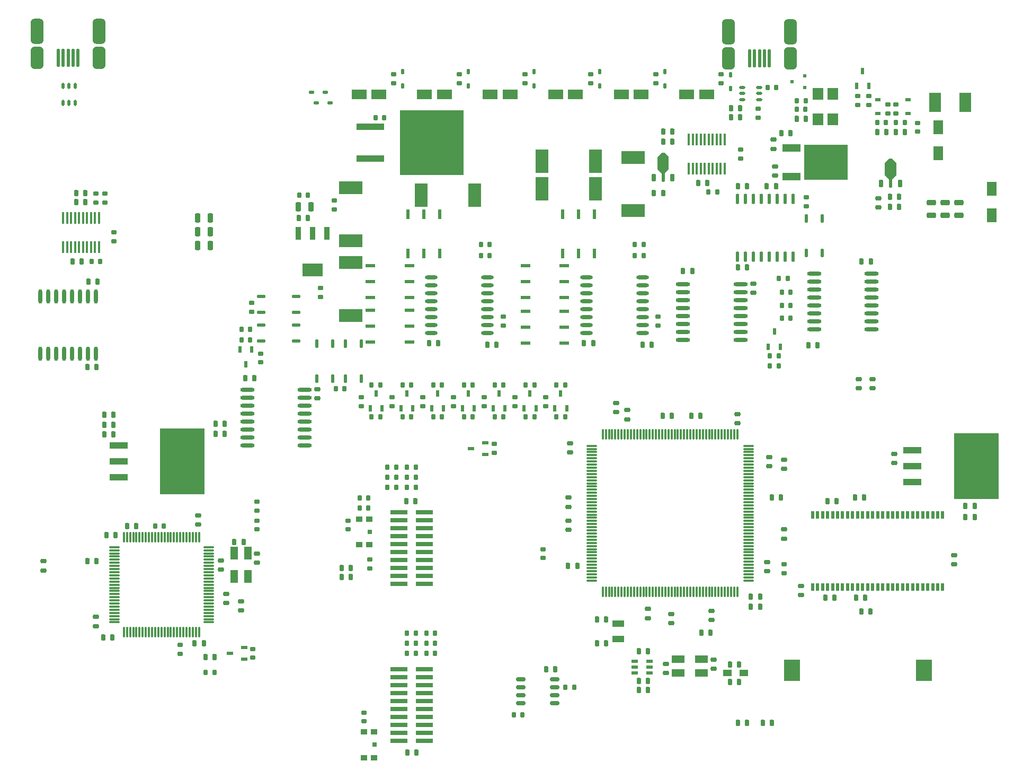
<source format=gtp>
G04*
G04 #@! TF.GenerationSoftware,Altium Limited,Altium Designer,21.4.1 (30)*
G04*
G04 Layer_Color=8421504*
%FSLAX25Y25*%
%MOIN*%
G70*
G04*
G04 #@! TF.SameCoordinates,ABD127B9-61DE-435D-9B50-71DF74D21850*
G04*
G04*
G04 #@! TF.FilePolarity,Positive*
G04*
G01*
G75*
%ADD20R,0.04724X0.07874*%
%ADD21O,0.01968X0.03937*%
%ADD22R,0.02165X0.04724*%
%ADD23O,0.07087X0.01181*%
%ADD24O,0.01181X0.07087*%
%ADD25O,0.01575X0.07677*%
%ADD26R,0.02362X0.03937*%
%ADD27R,0.12598X0.08268*%
%ADD28R,0.03543X0.08268*%
%ADD29R,0.02362X0.06496*%
%ADD30O,0.02165X0.05512*%
G04:AMPARAMS|DCode=31|XSize=23.62mil|YSize=59.06mil|CornerRadius=5.91mil|HoleSize=0mil|Usage=FLASHONLY|Rotation=90.000|XOffset=0mil|YOffset=0mil|HoleType=Round|Shape=RoundedRectangle|*
%AMROUNDEDRECTD31*
21,1,0.02362,0.04724,0,0,90.0*
21,1,0.01181,0.05906,0,0,90.0*
1,1,0.01181,0.02362,0.00591*
1,1,0.01181,0.02362,-0.00591*
1,1,0.01181,-0.02362,-0.00591*
1,1,0.01181,-0.02362,0.00591*
%
%ADD31ROUNDEDRECTD31*%
G04:AMPARAMS|DCode=32|XSize=17.72mil|YSize=33.47mil|CornerRadius=4.43mil|HoleSize=0mil|Usage=FLASHONLY|Rotation=180.000|XOffset=0mil|YOffset=0mil|HoleType=Round|Shape=RoundedRectangle|*
%AMROUNDEDRECTD32*
21,1,0.01772,0.02461,0,0,180.0*
21,1,0.00886,0.03347,0,0,180.0*
1,1,0.00886,-0.00443,0.01230*
1,1,0.00886,0.00443,0.01230*
1,1,0.00886,0.00443,-0.01230*
1,1,0.00886,-0.00443,-0.01230*
%
%ADD32ROUNDEDRECTD32*%
%ADD33R,0.10236X0.13780*%
%ADD34R,0.06378X0.08583*%
%ADD35R,0.07874X0.14764*%
G04:AMPARAMS|DCode=36|XSize=35.43mil|YSize=27.56mil|CornerRadius=6.89mil|HoleSize=0mil|Usage=FLASHONLY|Rotation=180.000|XOffset=0mil|YOffset=0mil|HoleType=Round|Shape=RoundedRectangle|*
%AMROUNDEDRECTD36*
21,1,0.03543,0.01378,0,0,180.0*
21,1,0.02165,0.02756,0,0,180.0*
1,1,0.01378,-0.01083,0.00689*
1,1,0.01378,0.01083,0.00689*
1,1,0.01378,0.01083,-0.00689*
1,1,0.01378,-0.01083,-0.00689*
%
%ADD36ROUNDEDRECTD36*%
G04:AMPARAMS|DCode=37|XSize=23.62mil|YSize=47.24mil|CornerRadius=2.01mil|HoleSize=0mil|Usage=FLASHONLY|Rotation=180.000|XOffset=0mil|YOffset=0mil|HoleType=Round|Shape=RoundedRectangle|*
%AMROUNDEDRECTD37*
21,1,0.02362,0.04323,0,0,180.0*
21,1,0.01961,0.04724,0,0,180.0*
1,1,0.00402,-0.00980,0.02161*
1,1,0.00402,0.00980,0.02161*
1,1,0.00402,0.00980,-0.02161*
1,1,0.00402,-0.00980,-0.02161*
%
%ADD37ROUNDEDRECTD37*%
G04:AMPARAMS|DCode=38|XSize=19.68mil|YSize=51.18mil|CornerRadius=1.97mil|HoleSize=0mil|Usage=FLASHONLY|Rotation=180.000|XOffset=0mil|YOffset=0mil|HoleType=Round|Shape=RoundedRectangle|*
%AMROUNDEDRECTD38*
21,1,0.01968,0.04724,0,0,180.0*
21,1,0.01575,0.05118,0,0,180.0*
1,1,0.00394,-0.00787,0.02362*
1,1,0.00394,0.00787,0.02362*
1,1,0.00394,0.00787,-0.02362*
1,1,0.00394,-0.00787,-0.02362*
%
%ADD38ROUNDEDRECTD38*%
%ADD39R,0.03268X0.02480*%
%ADD40R,0.17520X0.03937*%
%ADD41R,0.40158X0.41142*%
%ADD42R,0.02362X0.01968*%
%ADD43O,0.02165X0.06693*%
%ADD44R,0.05512X0.03937*%
G04:AMPARAMS|DCode=45|XSize=137.8mil|YSize=80.71mil|CornerRadius=20.18mil|HoleSize=0mil|Usage=FLASHONLY|Rotation=90.000|XOffset=0mil|YOffset=0mil|HoleType=Round|Shape=RoundedRectangle|*
%AMROUNDEDRECTD45*
21,1,0.13780,0.04036,0,0,90.0*
21,1,0.09744,0.08071,0,0,90.0*
1,1,0.04035,0.02018,0.04872*
1,1,0.04035,0.02018,-0.04872*
1,1,0.04035,-0.02018,-0.04872*
1,1,0.04035,-0.02018,0.04872*
%
%ADD45ROUNDEDRECTD45*%
G04:AMPARAMS|DCode=46|XSize=110.24mil|YSize=19.68mil|CornerRadius=4.92mil|HoleSize=0mil|Usage=FLASHONLY|Rotation=90.000|XOffset=0mil|YOffset=0mil|HoleType=Round|Shape=RoundedRectangle|*
%AMROUNDEDRECTD46*
21,1,0.11024,0.00984,0,0,90.0*
21,1,0.10039,0.01968,0,0,90.0*
1,1,0.00984,0.00492,0.05020*
1,1,0.00984,0.00492,-0.05020*
1,1,0.00984,-0.00492,-0.05020*
1,1,0.00984,-0.00492,0.05020*
%
%ADD46ROUNDEDRECTD46*%
G04:AMPARAMS|DCode=47|XSize=157.48mil|YSize=80.71mil|CornerRadius=20.18mil|HoleSize=0mil|Usage=FLASHONLY|Rotation=90.000|XOffset=0mil|YOffset=0mil|HoleType=Round|Shape=RoundedRectangle|*
%AMROUNDEDRECTD47*
21,1,0.15748,0.04035,0,0,90.0*
21,1,0.11713,0.08071,0,0,90.0*
1,1,0.04035,0.02018,0.05856*
1,1,0.04035,0.02018,-0.05856*
1,1,0.04035,-0.02018,-0.05856*
1,1,0.04035,-0.02018,0.05856*
%
%ADD47ROUNDEDRECTD47*%
G04:AMPARAMS|DCode=48|XSize=137.8mil|YSize=80.71mil|CornerRadius=20.18mil|HoleSize=0mil|Usage=FLASHONLY|Rotation=90.000|XOffset=0mil|YOffset=0mil|HoleType=Round|Shape=RoundedRectangle|*
%AMROUNDEDRECTD48*
21,1,0.13780,0.04035,0,0,90.0*
21,1,0.09744,0.08071,0,0,90.0*
1,1,0.04035,0.02018,0.04872*
1,1,0.04035,0.02018,-0.04872*
1,1,0.04035,-0.02018,-0.04872*
1,1,0.04035,-0.02018,0.04872*
%
%ADD48ROUNDEDRECTD48*%
%ADD49R,0.07717X0.12402*%
G04:AMPARAMS|DCode=50|XSize=35.43mil|YSize=27.56mil|CornerRadius=6.89mil|HoleSize=0mil|Usage=FLASHONLY|Rotation=270.000|XOffset=0mil|YOffset=0mil|HoleType=Round|Shape=RoundedRectangle|*
%AMROUNDEDRECTD50*
21,1,0.03543,0.01378,0,0,270.0*
21,1,0.02165,0.02756,0,0,270.0*
1,1,0.01378,-0.00689,-0.01083*
1,1,0.01378,-0.00689,0.01083*
1,1,0.01378,0.00689,0.01083*
1,1,0.01378,0.00689,-0.01083*
%
%ADD50ROUNDEDRECTD50*%
%ADD51R,0.11221X0.04134*%
%ADD52R,0.28347X0.41339*%
%ADD53R,0.03937X0.03543*%
%ADD54R,0.03150X0.03150*%
%ADD55R,0.04134X0.02362*%
%ADD56R,0.27559X0.22441*%
%ADD57R,0.11417X0.04921*%
G04:AMPARAMS|DCode=58|XSize=61.02mil|YSize=96.46mil|CornerRadius=7.63mil|HoleSize=0mil|Usage=FLASHONLY|Rotation=90.000|XOffset=0mil|YOffset=0mil|HoleType=Round|Shape=RoundedRectangle|*
%AMROUNDEDRECTD58*
21,1,0.06102,0.08120,0,0,90.0*
21,1,0.04577,0.09646,0,0,90.0*
1,1,0.01526,0.04060,0.02288*
1,1,0.01526,0.04060,-0.02288*
1,1,0.01526,-0.04060,-0.02288*
1,1,0.01526,-0.04060,0.02288*
%
%ADD58ROUNDEDRECTD58*%
%ADD59R,0.11024X0.02756*%
G04:AMPARAMS|DCode=60|XSize=57.09mil|YSize=35.43mil|CornerRadius=7.09mil|HoleSize=0mil|Usage=FLASHONLY|Rotation=90.000|XOffset=0mil|YOffset=0mil|HoleType=Round|Shape=RoundedRectangle|*
%AMROUNDEDRECTD60*
21,1,0.05709,0.02126,0,0,90.0*
21,1,0.04291,0.03543,0,0,90.0*
1,1,0.01417,0.01063,0.02146*
1,1,0.01417,0.01063,-0.02146*
1,1,0.01417,-0.01063,-0.02146*
1,1,0.01417,-0.01063,0.02146*
%
%ADD60ROUNDEDRECTD60*%
G04:AMPARAMS|DCode=61|XSize=37.4mil|YSize=29.53mil|CornerRadius=7.38mil|HoleSize=0mil|Usage=FLASHONLY|Rotation=270.000|XOffset=0mil|YOffset=0mil|HoleType=Round|Shape=RoundedRectangle|*
%AMROUNDEDRECTD61*
21,1,0.03740,0.01476,0,0,270.0*
21,1,0.02264,0.02953,0,0,270.0*
1,1,0.01476,-0.00738,-0.01132*
1,1,0.01476,-0.00738,0.01132*
1,1,0.01476,0.00738,0.01132*
1,1,0.01476,0.00738,-0.01132*
%
%ADD61ROUNDEDRECTD61*%
%ADD62R,0.06693X0.07284*%
%ADD63O,0.02362X0.09055*%
%ADD64O,0.07874X0.02362*%
%ADD65R,0.04331X0.02362*%
%ADD66R,0.07480X0.04331*%
G04:AMPARAMS|DCode=67|XSize=37.4mil|YSize=29.53mil|CornerRadius=7.38mil|HoleSize=0mil|Usage=FLASHONLY|Rotation=180.000|XOffset=0mil|YOffset=0mil|HoleType=Round|Shape=RoundedRectangle|*
%AMROUNDEDRECTD67*
21,1,0.03740,0.01476,0,0,180.0*
21,1,0.02264,0.02953,0,0,180.0*
1,1,0.01476,-0.01132,0.00738*
1,1,0.01476,0.01132,0.00738*
1,1,0.01476,0.01132,-0.00738*
1,1,0.01476,-0.01132,-0.00738*
%
%ADD67ROUNDEDRECTD67*%
%ADD68R,0.06496X0.02362*%
G04:AMPARAMS|DCode=69|XSize=57.09mil|YSize=35.43mil|CornerRadius=7.09mil|HoleSize=0mil|Usage=FLASHONLY|Rotation=180.000|XOffset=0mil|YOffset=0mil|HoleType=Round|Shape=RoundedRectangle|*
%AMROUNDEDRECTD69*
21,1,0.05709,0.02126,0,0,180.0*
21,1,0.04291,0.03543,0,0,180.0*
1,1,0.01417,-0.02146,0.01063*
1,1,0.01417,0.02146,0.01063*
1,1,0.01417,0.02146,-0.01063*
1,1,0.01417,-0.02146,-0.01063*
%
%ADD69ROUNDEDRECTD69*%
%ADD70R,0.14764X0.07874*%
G04:AMPARAMS|DCode=71|XSize=17.72mil|YSize=33.47mil|CornerRadius=4.43mil|HoleSize=0mil|Usage=FLASHONLY|Rotation=270.000|XOffset=0mil|YOffset=0mil|HoleType=Round|Shape=RoundedRectangle|*
%AMROUNDEDRECTD71*
21,1,0.01772,0.02461,0,0,270.0*
21,1,0.00886,0.03347,0,0,270.0*
1,1,0.00886,-0.01230,-0.00443*
1,1,0.00886,-0.01230,0.00443*
1,1,0.00886,0.01230,0.00443*
1,1,0.00886,0.01230,-0.00443*
%
%ADD71ROUNDEDRECTD71*%
%ADD72O,0.09055X0.02362*%
%ADD73O,0.05512X0.02165*%
%ADD74O,0.03937X0.01968*%
%ADD75R,0.07874X0.04724*%
G36*
X407918Y384562D02*
Y376688D01*
X405359Y374129D01*
Y373342D01*
X403391D01*
Y374129D01*
X400832Y376688D01*
Y384562D01*
X403391Y387121D01*
X405359D01*
X407918Y384562D01*
D02*
G37*
G36*
X551043Y380812D02*
Y372938D01*
X548484Y370379D01*
Y369592D01*
X546516D01*
Y370379D01*
X543957Y372938D01*
Y380812D01*
X546516Y383371D01*
X548484D01*
X551043Y380812D01*
D02*
G37*
D20*
X134419Y120782D02*
D03*
Y135350D02*
D03*
X143081Y120782D02*
D03*
Y135350D02*
D03*
D21*
X34365Y429006D02*
D03*
X30625D02*
D03*
X26885D02*
D03*
X34365Y418376D02*
D03*
X30625D02*
D03*
X26885D02*
D03*
D22*
X498430Y114178D02*
D03*
X504729D02*
D03*
X501580D02*
D03*
X514178D02*
D03*
X507879D02*
D03*
X511028D02*
D03*
X523627D02*
D03*
X520477D02*
D03*
X517328D02*
D03*
X533076D02*
D03*
X526777D02*
D03*
X529926D02*
D03*
X498430Y159454D02*
D03*
X504729D02*
D03*
X501580D02*
D03*
X514178D02*
D03*
X507879D02*
D03*
X511028D02*
D03*
X523627D02*
D03*
X517328D02*
D03*
X529926D02*
D03*
X520477D02*
D03*
X526777D02*
D03*
X555123Y114178D02*
D03*
X551973D02*
D03*
X561422D02*
D03*
X558273D02*
D03*
X539375D02*
D03*
X536225D02*
D03*
X548824D02*
D03*
X542525D02*
D03*
X545674D02*
D03*
X567722D02*
D03*
X564572D02*
D03*
X574021D02*
D03*
X570871D02*
D03*
X580320D02*
D03*
X577170D02*
D03*
X533076Y159454D02*
D03*
X539375D02*
D03*
X542525D02*
D03*
X536225D02*
D03*
X551973D02*
D03*
X545674D02*
D03*
X548824D02*
D03*
X574021D02*
D03*
X570871D02*
D03*
X580320D02*
D03*
X577170D02*
D03*
X558273D02*
D03*
X555123D02*
D03*
X567722D02*
D03*
X561422D02*
D03*
X564572D02*
D03*
D23*
X359341Y118243D02*
D03*
Y120212D02*
D03*
Y122180D02*
D03*
Y124149D02*
D03*
Y126117D02*
D03*
Y128086D02*
D03*
Y130054D02*
D03*
Y132023D02*
D03*
Y133991D02*
D03*
Y135960D02*
D03*
Y137928D02*
D03*
Y139897D02*
D03*
Y141865D02*
D03*
Y143834D02*
D03*
Y145802D02*
D03*
Y147771D02*
D03*
Y149739D02*
D03*
Y151708D02*
D03*
Y153676D02*
D03*
Y155645D02*
D03*
Y157613D02*
D03*
Y159582D02*
D03*
Y161550D02*
D03*
Y163519D02*
D03*
Y165487D02*
D03*
Y167456D02*
D03*
Y169424D02*
D03*
Y171393D02*
D03*
Y173361D02*
D03*
Y175330D02*
D03*
Y177298D02*
D03*
Y179267D02*
D03*
Y181235D02*
D03*
Y183204D02*
D03*
Y185172D02*
D03*
Y187141D02*
D03*
Y189109D02*
D03*
Y191078D02*
D03*
Y193046D02*
D03*
Y195015D02*
D03*
Y196983D02*
D03*
Y198952D02*
D03*
Y200920D02*
D03*
Y202889D02*
D03*
X458159D02*
D03*
Y200920D02*
D03*
Y198952D02*
D03*
Y196983D02*
D03*
Y195015D02*
D03*
Y193046D02*
D03*
Y191078D02*
D03*
Y189109D02*
D03*
Y187141D02*
D03*
Y185172D02*
D03*
Y183204D02*
D03*
Y181235D02*
D03*
Y179267D02*
D03*
Y177298D02*
D03*
Y175330D02*
D03*
Y173361D02*
D03*
Y171393D02*
D03*
Y169424D02*
D03*
Y167456D02*
D03*
Y165487D02*
D03*
Y163519D02*
D03*
Y161550D02*
D03*
Y159582D02*
D03*
Y157613D02*
D03*
Y155645D02*
D03*
Y153676D02*
D03*
Y151708D02*
D03*
Y149739D02*
D03*
Y147771D02*
D03*
Y145802D02*
D03*
Y143834D02*
D03*
Y141865D02*
D03*
Y139897D02*
D03*
Y137928D02*
D03*
Y135960D02*
D03*
Y133991D02*
D03*
Y132023D02*
D03*
Y130054D02*
D03*
Y128086D02*
D03*
Y126117D02*
D03*
Y124149D02*
D03*
Y122180D02*
D03*
Y120212D02*
D03*
Y118243D02*
D03*
X59026Y97850D02*
D03*
Y101786D02*
D03*
Y99818D02*
D03*
Y91944D02*
D03*
Y95881D02*
D03*
Y93913D02*
D03*
Y107692D02*
D03*
Y105724D02*
D03*
Y109660D02*
D03*
Y103755D02*
D03*
Y119503D02*
D03*
Y123440D02*
D03*
Y121472D02*
D03*
Y113598D02*
D03*
Y111629D02*
D03*
Y117534D02*
D03*
Y115566D02*
D03*
Y135251D02*
D03*
Y133282D02*
D03*
Y139188D02*
D03*
Y137220D02*
D03*
Y127377D02*
D03*
Y125408D02*
D03*
Y131314D02*
D03*
Y129346D02*
D03*
X118474Y93913D02*
D03*
Y91944D02*
D03*
Y95881D02*
D03*
Y99818D02*
D03*
Y97850D02*
D03*
Y101786D02*
D03*
Y105724D02*
D03*
Y103755D02*
D03*
Y109660D02*
D03*
Y107692D02*
D03*
Y119503D02*
D03*
Y123440D02*
D03*
Y121472D02*
D03*
Y113598D02*
D03*
Y111629D02*
D03*
Y117534D02*
D03*
Y115566D02*
D03*
Y135251D02*
D03*
Y133282D02*
D03*
Y139188D02*
D03*
Y137220D02*
D03*
Y127377D02*
D03*
Y125408D02*
D03*
Y131314D02*
D03*
Y129346D02*
D03*
D24*
X366427Y209976D02*
D03*
X368396D02*
D03*
X370364D02*
D03*
X372333D02*
D03*
X374301D02*
D03*
X376270D02*
D03*
X378238D02*
D03*
X380207D02*
D03*
X382175D02*
D03*
X384144D02*
D03*
X386112D02*
D03*
X388081D02*
D03*
X390049D02*
D03*
X392018D02*
D03*
X393986D02*
D03*
X395955D02*
D03*
X397923D02*
D03*
X399892D02*
D03*
X401860D02*
D03*
X403829D02*
D03*
X405797D02*
D03*
X407766D02*
D03*
X409734D02*
D03*
X411703D02*
D03*
X413671D02*
D03*
X415640D02*
D03*
X417608D02*
D03*
X419577D02*
D03*
X421545D02*
D03*
X423514D02*
D03*
X425482D02*
D03*
X427451D02*
D03*
X429419D02*
D03*
X431388D02*
D03*
X433356D02*
D03*
X435325D02*
D03*
X437293D02*
D03*
X439262D02*
D03*
X441230D02*
D03*
X443199D02*
D03*
X445167D02*
D03*
X447136D02*
D03*
X449104D02*
D03*
X451073D02*
D03*
Y111156D02*
D03*
X449104D02*
D03*
X447136D02*
D03*
X445167D02*
D03*
X443199D02*
D03*
X441230D02*
D03*
X439262D02*
D03*
X437293D02*
D03*
X435325D02*
D03*
X433356D02*
D03*
X431388D02*
D03*
X429419D02*
D03*
X427451D02*
D03*
X425482D02*
D03*
X423514D02*
D03*
X421545D02*
D03*
X419577D02*
D03*
X417608D02*
D03*
X415640D02*
D03*
X413671D02*
D03*
X411703D02*
D03*
X409734D02*
D03*
X407766D02*
D03*
X405797D02*
D03*
X403829D02*
D03*
X401860D02*
D03*
X399892D02*
D03*
X397923D02*
D03*
X395955D02*
D03*
X393986D02*
D03*
X392018D02*
D03*
X390049D02*
D03*
X388081D02*
D03*
X386112D02*
D03*
X384144D02*
D03*
X382175D02*
D03*
X380207D02*
D03*
X378238D02*
D03*
X376270D02*
D03*
X374301D02*
D03*
X372333D02*
D03*
X370364D02*
D03*
X368396D02*
D03*
X366427D02*
D03*
X65128Y85842D02*
D03*
X67097D02*
D03*
X74971D02*
D03*
X76939D02*
D03*
X69065D02*
D03*
X73002D02*
D03*
X71034D02*
D03*
X78908D02*
D03*
X84813D02*
D03*
X86782D02*
D03*
X80876D02*
D03*
X82845D02*
D03*
X65128Y145290D02*
D03*
X73002D02*
D03*
X74971D02*
D03*
X67097D02*
D03*
X71034D02*
D03*
X76939D02*
D03*
X78908D02*
D03*
X69065D02*
D03*
X84813D02*
D03*
X86782D02*
D03*
X80876D02*
D03*
X82845D02*
D03*
X92687Y85842D02*
D03*
X88750D02*
D03*
X90719D02*
D03*
X98593D02*
D03*
X100561D02*
D03*
X94656D02*
D03*
X96624D02*
D03*
X106466D02*
D03*
X102530D02*
D03*
X104498D02*
D03*
X110404D02*
D03*
X112372D02*
D03*
X108435D02*
D03*
X88750Y145290D02*
D03*
X94656D02*
D03*
X96624D02*
D03*
X90719D02*
D03*
X92687D02*
D03*
X102530D02*
D03*
X104498D02*
D03*
X98593D02*
D03*
X100561D02*
D03*
X110404D02*
D03*
X112372D02*
D03*
X106466D02*
D03*
X108435D02*
D03*
D25*
X44375Y345970D02*
D03*
X46875D02*
D03*
X41875D02*
D03*
X49375D02*
D03*
X36875D02*
D03*
X39375D02*
D03*
X34375D02*
D03*
X49375Y327662D02*
D03*
X46875D02*
D03*
X44375D02*
D03*
X36875D02*
D03*
X34375D02*
D03*
X41875D02*
D03*
X39375D02*
D03*
X31875Y345970D02*
D03*
X26875D02*
D03*
X29375D02*
D03*
Y327662D02*
D03*
X31875D02*
D03*
X26875D02*
D03*
X420625Y377038D02*
D03*
X423125D02*
D03*
X425625D02*
D03*
X428125D02*
D03*
X430625D02*
D03*
X433125D02*
D03*
X435625D02*
D03*
X438125D02*
D03*
X440625D02*
D03*
X443125D02*
D03*
X420625Y395344D02*
D03*
X423125D02*
D03*
X425625D02*
D03*
X428125D02*
D03*
X430625D02*
D03*
X433125D02*
D03*
X435625D02*
D03*
X438125D02*
D03*
X440625D02*
D03*
X443125D02*
D03*
D26*
X533740Y428967D02*
D03*
X526260D02*
D03*
X530000Y438415D02*
D03*
X141875Y253967D02*
D03*
X138135Y263415D02*
D03*
X145615D02*
D03*
X246865Y226467D02*
D03*
X239385D02*
D03*
X243125Y235915D02*
D03*
X227490Y226467D02*
D03*
X220010D02*
D03*
X223750Y235915D02*
D03*
X478115Y265217D02*
D03*
X470635D02*
D03*
X474375Y274665D02*
D03*
X266240Y226467D02*
D03*
X258760D02*
D03*
X262500Y235915D02*
D03*
X285615Y226467D02*
D03*
X278135D02*
D03*
X281875Y235915D02*
D03*
X304990Y226467D02*
D03*
X297510D02*
D03*
X301250Y235915D02*
D03*
X324365Y226467D02*
D03*
X316885D02*
D03*
X320625Y235915D02*
D03*
X343740Y226467D02*
D03*
X336260D02*
D03*
X340000Y235915D02*
D03*
D27*
X183750Y313327D02*
D03*
D28*
Y336555D02*
D03*
X174695D02*
D03*
X192805D02*
D03*
D29*
X361250Y323888D02*
D03*
X341250D02*
D03*
X351250D02*
D03*
X341250Y348494D02*
D03*
X351250D02*
D03*
X361250D02*
D03*
X263750Y323888D02*
D03*
X243750D02*
D03*
X253750D02*
D03*
X243750Y348494D02*
D03*
X253750D02*
D03*
X263750D02*
D03*
D30*
X214500Y245266D02*
D03*
X204500D02*
D03*
Y267116D02*
D03*
X214500D02*
D03*
X504375Y324016D02*
D03*
X494375D02*
D03*
Y345866D02*
D03*
X504375D02*
D03*
X186500Y245266D02*
D03*
X196500D02*
D03*
X186500Y267116D02*
D03*
X196500D02*
D03*
D31*
X314995Y41191D02*
D03*
Y51191D02*
D03*
Y56191D02*
D03*
Y46191D02*
D03*
X336255Y41191D02*
D03*
Y51191D02*
D03*
Y46191D02*
D03*
Y56191D02*
D03*
D32*
X446875Y436245D02*
D03*
Y427387D02*
D03*
X240625Y429262D02*
D03*
Y438120D02*
D03*
X364375Y429262D02*
D03*
Y438120D02*
D03*
X281875Y429262D02*
D03*
Y438120D02*
D03*
X405625Y429262D02*
D03*
Y438120D02*
D03*
X323125Y429262D02*
D03*
Y438120D02*
D03*
D33*
X485340Y61816D02*
D03*
X568410D02*
D03*
D34*
X577500Y386634D02*
D03*
Y403248D02*
D03*
X611250Y347884D02*
D03*
Y364498D02*
D03*
D35*
X328268Y381816D02*
D03*
X361732D02*
D03*
X252268Y360500D02*
D03*
X285732D02*
D03*
X328268Y364316D02*
D03*
X361732D02*
D03*
D36*
X146250Y69685D02*
D03*
Y75197D02*
D03*
X197500Y351560D02*
D03*
Y357072D02*
D03*
X151250Y255310D02*
D03*
Y260822D02*
D03*
X494375Y353435D02*
D03*
Y358947D02*
D03*
X464114Y409160D02*
D03*
Y414672D02*
D03*
X214375Y227810D02*
D03*
Y233322D02*
D03*
X188750Y296560D02*
D03*
Y302072D02*
D03*
X145625Y287185D02*
D03*
Y292697D02*
D03*
X233750Y227810D02*
D03*
Y233322D02*
D03*
X253125Y227810D02*
D03*
Y233322D02*
D03*
X272500Y227810D02*
D03*
Y233322D02*
D03*
X291875Y227810D02*
D03*
Y233322D02*
D03*
X311250Y227810D02*
D03*
Y233322D02*
D03*
X330625Y227810D02*
D03*
Y233322D02*
D03*
X303750Y278435D02*
D03*
Y283947D02*
D03*
X401250Y278435D02*
D03*
Y283947D02*
D03*
X545700Y411801D02*
D03*
Y417313D02*
D03*
X526875Y417185D02*
D03*
Y422697D02*
D03*
X533750Y417185D02*
D03*
Y422697D02*
D03*
X550900Y411810D02*
D03*
Y417322D02*
D03*
X328750Y132416D02*
D03*
Y137928D02*
D03*
X100625Y72185D02*
D03*
Y77697D02*
D03*
X220000Y125935D02*
D03*
Y131447D02*
D03*
X480625Y122810D02*
D03*
Y128322D02*
D03*
X400000Y430935D02*
D03*
Y436447D02*
D03*
X298125Y198435D02*
D03*
Y203947D02*
D03*
X453125Y383435D02*
D03*
Y388947D02*
D03*
X235000Y430935D02*
D03*
Y436447D02*
D03*
X276250Y430935D02*
D03*
Y436447D02*
D03*
X317500Y430935D02*
D03*
Y436447D02*
D03*
X358750Y430935D02*
D03*
Y436447D02*
D03*
X440938Y430935D02*
D03*
Y436447D02*
D03*
X206250Y150310D02*
D03*
Y155822D02*
D03*
X216250Y29685D02*
D03*
Y35197D02*
D03*
X564375Y400310D02*
D03*
Y405822D02*
D03*
X47500Y355935D02*
D03*
Y361447D02*
D03*
X53125Y355935D02*
D03*
Y361447D02*
D03*
X58750Y331560D02*
D03*
Y337072D02*
D03*
X148750Y150310D02*
D03*
Y155822D02*
D03*
Y162185D02*
D03*
Y167697D02*
D03*
D37*
X398469Y371373D02*
D03*
X410281D02*
D03*
X553406Y367623D02*
D03*
X541595D02*
D03*
D38*
X404375Y371570D02*
D03*
X547500Y367820D02*
D03*
D39*
X558600Y420590D02*
D03*
Y411810D02*
D03*
X539375Y420581D02*
D03*
Y411801D02*
D03*
D40*
X220197Y403500D02*
D03*
Y383500D02*
D03*
D41*
X258780Y393500D02*
D03*
D42*
X485663Y431800D02*
D03*
X493537Y428060D02*
D03*
Y435540D02*
D03*
D43*
X451250Y321634D02*
D03*
X456250D02*
D03*
X451250Y358248D02*
D03*
X456250D02*
D03*
X471250Y321634D02*
D03*
X476250D02*
D03*
X461250D02*
D03*
X466250D02*
D03*
X481250D02*
D03*
X486250D02*
D03*
X461250Y358248D02*
D03*
X466250D02*
D03*
X486250D02*
D03*
X471250D02*
D03*
X481250D02*
D03*
X476250D02*
D03*
D44*
X444882Y59941D02*
D03*
X455118D02*
D03*
D45*
X10630Y446612D02*
D03*
X445649Y446448D02*
D03*
D46*
X23721Y446710D02*
D03*
X30020D02*
D03*
X33170D02*
D03*
X36319D02*
D03*
X26871D02*
D03*
X458739Y446547D02*
D03*
X465039D02*
D03*
X468188D02*
D03*
X471338D02*
D03*
X461889D02*
D03*
D47*
X10630Y463344D02*
D03*
X49410D02*
D03*
X445649Y463180D02*
D03*
X484428D02*
D03*
D48*
X49410Y446612D02*
D03*
X484428Y446448D02*
D03*
D49*
X575354Y418691D02*
D03*
X594646D02*
D03*
D50*
X243307Y84941D02*
D03*
X248819D02*
D03*
X139119Y276191D02*
D03*
X144631D02*
D03*
X139119Y269316D02*
D03*
X144631D02*
D03*
X488544Y419900D02*
D03*
X494056D02*
D03*
X488494Y414300D02*
D03*
X494006D02*
D03*
X477244Y308066D02*
D03*
X482756D02*
D03*
X470057Y428066D02*
D03*
X475569D02*
D03*
X342869Y51191D02*
D03*
X348381D02*
D03*
X310369Y33691D02*
D03*
X315881D02*
D03*
X220994Y221191D02*
D03*
X226506D02*
D03*
X220994Y241191D02*
D03*
X226506D02*
D03*
X471619Y259316D02*
D03*
X477131D02*
D03*
X471619Y253066D02*
D03*
X477131D02*
D03*
X198494Y238691D02*
D03*
X204006D02*
D03*
X240369Y241191D02*
D03*
X245881D02*
D03*
X240369Y221191D02*
D03*
X245881D02*
D03*
X259744Y241191D02*
D03*
X265256D02*
D03*
X259744Y221191D02*
D03*
X265256D02*
D03*
X279119Y241191D02*
D03*
X284631D02*
D03*
X279119Y221191D02*
D03*
X284631D02*
D03*
X298494Y241191D02*
D03*
X304006D02*
D03*
X298494Y221191D02*
D03*
X304006D02*
D03*
X317869Y241191D02*
D03*
X323381D02*
D03*
X317869Y221191D02*
D03*
X323381D02*
D03*
X337244Y241191D02*
D03*
X342756D02*
D03*
X337244Y221191D02*
D03*
X342756D02*
D03*
X289744Y322441D02*
D03*
X295256D02*
D03*
X289744Y329316D02*
D03*
X295256D02*
D03*
X386619Y322441D02*
D03*
X392131D02*
D03*
X386619Y329316D02*
D03*
X392131D02*
D03*
X539119Y406191D02*
D03*
X544631D02*
D03*
X479119Y299316D02*
D03*
X484631D02*
D03*
X479119Y291191D02*
D03*
X484631D02*
D03*
X479119Y283066D02*
D03*
X484631D02*
D03*
X550900Y406191D02*
D03*
X556412D02*
D03*
X243307Y183066D02*
D03*
X248819D02*
D03*
X243307Y176816D02*
D03*
X248819D02*
D03*
X243307Y78691D02*
D03*
X248819D02*
D03*
X243307Y72441D02*
D03*
X248819D02*
D03*
X230994Y183066D02*
D03*
X236506D02*
D03*
X230994Y176816D02*
D03*
X236506D02*
D03*
X255369Y78691D02*
D03*
X260881D02*
D03*
X255369Y72441D02*
D03*
X260881D02*
D03*
X228884Y409000D02*
D03*
X223372D02*
D03*
X243307Y189316D02*
D03*
X248819D02*
D03*
X255369Y84941D02*
D03*
X260881D02*
D03*
X230994Y189316D02*
D03*
X236506D02*
D03*
X116619Y60566D02*
D03*
X122131D02*
D03*
X84744Y152441D02*
D03*
X90256D02*
D03*
X175369Y360566D02*
D03*
X180881D02*
D03*
X213494Y163691D02*
D03*
X219006D02*
D03*
X432869Y362441D02*
D03*
X438381D02*
D03*
X213494Y169941D02*
D03*
X219006D02*
D03*
X44744Y318691D02*
D03*
X50256D02*
D03*
D51*
X61840Y183066D02*
D03*
Y203066D02*
D03*
Y193066D02*
D03*
X561215Y179941D02*
D03*
Y199941D02*
D03*
Y189941D02*
D03*
D52*
X101998Y193066D02*
D03*
X601373Y189941D02*
D03*
D53*
X216225Y6870D02*
D03*
Y23012D02*
D03*
X222525Y6870D02*
D03*
Y23012D02*
D03*
X213100Y140620D02*
D03*
Y156762D02*
D03*
X219400Y140620D02*
D03*
Y156762D02*
D03*
D54*
X222918Y14941D02*
D03*
X219793Y148691D02*
D03*
D55*
X131722Y72441D02*
D03*
X140778Y68701D02*
D03*
Y76181D02*
D03*
X283597Y201191D02*
D03*
X292653Y197451D02*
D03*
Y204931D02*
D03*
D56*
X506890Y381191D02*
D03*
D57*
X485039Y372215D02*
D03*
Y390167D02*
D03*
D58*
X419326Y423691D02*
D03*
X431826D02*
D03*
X213076D02*
D03*
X225576D02*
D03*
X266826D02*
D03*
X254326D02*
D03*
X295576D02*
D03*
X308076D02*
D03*
X336826D02*
D03*
X349326D02*
D03*
X378076D02*
D03*
X390576D02*
D03*
D59*
X254075Y17441D02*
D03*
Y22441D02*
D03*
Y27441D02*
D03*
Y32441D02*
D03*
Y37441D02*
D03*
Y42441D02*
D03*
Y47441D02*
D03*
Y52441D02*
D03*
Y57441D02*
D03*
Y62441D02*
D03*
X238051Y17441D02*
D03*
Y22441D02*
D03*
Y27441D02*
D03*
Y32441D02*
D03*
Y37441D02*
D03*
Y42441D02*
D03*
Y47441D02*
D03*
Y52441D02*
D03*
Y57441D02*
D03*
Y62441D02*
D03*
X238051Y161191D02*
D03*
Y156191D02*
D03*
Y151191D02*
D03*
Y146191D02*
D03*
Y141191D02*
D03*
Y136191D02*
D03*
Y131191D02*
D03*
Y126191D02*
D03*
Y121191D02*
D03*
Y116191D02*
D03*
X254075Y161191D02*
D03*
Y156191D02*
D03*
Y151191D02*
D03*
Y146191D02*
D03*
Y141191D02*
D03*
Y136191D02*
D03*
Y131191D02*
D03*
Y126191D02*
D03*
Y121191D02*
D03*
Y116191D02*
D03*
D60*
X174715Y353066D02*
D03*
X182785D02*
D03*
X111590Y328691D02*
D03*
X119660D02*
D03*
X111590Y337441D02*
D03*
X119660D02*
D03*
X111590Y346191D02*
D03*
X119660D02*
D03*
D61*
X42771Y306191D02*
D03*
X48479D02*
D03*
X478746Y399500D02*
D03*
X484454D02*
D03*
X488498Y408400D02*
D03*
X494206D02*
D03*
X451521Y314941D02*
D03*
X457229D02*
D03*
X330896Y62441D02*
D03*
X336604D02*
D03*
X404375Y400300D02*
D03*
X410084D02*
D03*
X404375Y361816D02*
D03*
X398666D02*
D03*
X262854Y267441D02*
D03*
X257146D02*
D03*
X293946Y266500D02*
D03*
X299654D02*
D03*
X360354Y267441D02*
D03*
X354646D02*
D03*
X397175Y266566D02*
D03*
X391466D02*
D03*
X495896Y266191D02*
D03*
X501604D02*
D03*
X535042Y318691D02*
D03*
X529334D02*
D03*
X547146Y353066D02*
D03*
X552854D02*
D03*
X539021Y399941D02*
D03*
X544729D02*
D03*
X550900Y400000D02*
D03*
X556609D02*
D03*
X109646Y78691D02*
D03*
X115354D02*
D03*
X52146Y82441D02*
D03*
X57854D02*
D03*
X54021Y146816D02*
D03*
X59729D02*
D03*
X478479Y170566D02*
D03*
X472771D02*
D03*
X427854Y221816D02*
D03*
X422146D02*
D03*
X344646Y127441D02*
D03*
X350354D02*
D03*
X409729Y221816D02*
D03*
X404021D02*
D03*
X594646Y164941D02*
D03*
X600354D02*
D03*
X141521Y245566D02*
D03*
X147229D02*
D03*
X202146Y120566D02*
D03*
X207854D02*
D03*
Y126191D02*
D03*
X202146D02*
D03*
X47854Y130566D02*
D03*
X42146D02*
D03*
X67146Y152441D02*
D03*
X72854D02*
D03*
X116521Y69941D02*
D03*
X122229D02*
D03*
X428396Y85566D02*
D03*
X434104D02*
D03*
X525271Y170566D02*
D03*
X530979D02*
D03*
X512229Y107441D02*
D03*
X506521D02*
D03*
X531604D02*
D03*
X525896D02*
D03*
X529021Y98691D02*
D03*
X534729D02*
D03*
X447146Y409316D02*
D03*
X452854D02*
D03*
X447146Y414941D02*
D03*
X452854D02*
D03*
X362910Y78757D02*
D03*
X368618D02*
D03*
X362910Y93757D02*
D03*
X368618D02*
D03*
X134646Y142441D02*
D03*
X140354D02*
D03*
X389021Y49316D02*
D03*
X394729D02*
D03*
X446521Y54316D02*
D03*
X452229D02*
D03*
X446521Y65566D02*
D03*
X452229D02*
D03*
X451521Y28691D02*
D03*
X457229D02*
D03*
X467146D02*
D03*
X472854D02*
D03*
X594646Y158066D02*
D03*
X600354D02*
D03*
X547146Y359316D02*
D03*
X552854D02*
D03*
X404375Y394100D02*
D03*
X410084D02*
D03*
X389021Y54941D02*
D03*
X394729D02*
D03*
X58479Y209941D02*
D03*
X52771D02*
D03*
X122771Y216816D02*
D03*
X128479D02*
D03*
X122771Y210566D02*
D03*
X128479D02*
D03*
X180979Y346191D02*
D03*
X175271D02*
D03*
X243396Y9941D02*
D03*
X249104D02*
D03*
X248479Y168066D02*
D03*
X242771D02*
D03*
X58479Y222441D02*
D03*
X52771D02*
D03*
Y216191D02*
D03*
X58479D02*
D03*
X451521Y366191D02*
D03*
X457229D02*
D03*
X475354D02*
D03*
X469646D02*
D03*
X507771Y168066D02*
D03*
X513479D02*
D03*
X389021Y73691D02*
D03*
X394729D02*
D03*
X465354Y108066D02*
D03*
X459646D02*
D03*
Y101816D02*
D03*
X465354D02*
D03*
X426521Y368066D02*
D03*
X432229D02*
D03*
X416988Y312700D02*
D03*
X422697D02*
D03*
X35271Y361816D02*
D03*
X40979D02*
D03*
X35271Y356191D02*
D03*
X40979D02*
D03*
X42146Y252441D02*
D03*
X47854D02*
D03*
X32771Y318691D02*
D03*
X38479D02*
D03*
D62*
X511028Y423972D02*
D03*
X501972D02*
D03*
X511028Y408028D02*
D03*
X501972D02*
D03*
D63*
X12500Y260679D02*
D03*
X17500D02*
D03*
X22500D02*
D03*
X27500D02*
D03*
X12500Y296703D02*
D03*
X17500D02*
D03*
X22500D02*
D03*
X37500Y260679D02*
D03*
X42500D02*
D03*
X32500D02*
D03*
X47500D02*
D03*
X27500Y296703D02*
D03*
X32500D02*
D03*
X37500D02*
D03*
X42500D02*
D03*
X47500D02*
D03*
D64*
X356033Y273691D02*
D03*
Y283691D02*
D03*
Y278691D02*
D03*
Y293691D02*
D03*
Y288691D02*
D03*
Y303691D02*
D03*
Y298691D02*
D03*
Y308691D02*
D03*
X391466Y273691D02*
D03*
Y278691D02*
D03*
Y283691D02*
D03*
Y293691D02*
D03*
Y288691D02*
D03*
Y308691D02*
D03*
Y298691D02*
D03*
Y303691D02*
D03*
X258534Y273691D02*
D03*
Y283691D02*
D03*
Y278691D02*
D03*
Y293691D02*
D03*
Y288691D02*
D03*
Y303691D02*
D03*
Y298691D02*
D03*
Y308691D02*
D03*
X293967Y273691D02*
D03*
Y278691D02*
D03*
Y283691D02*
D03*
Y293691D02*
D03*
Y288691D02*
D03*
Y308691D02*
D03*
Y298691D02*
D03*
Y303691D02*
D03*
D65*
X386526Y63691D02*
D03*
Y67431D02*
D03*
Y59951D02*
D03*
X395974D02*
D03*
Y67431D02*
D03*
Y63691D02*
D03*
D66*
X376207Y81275D02*
D03*
Y91118D02*
D03*
D67*
X473750Y395295D02*
D03*
Y389587D02*
D03*
X475000Y372712D02*
D03*
Y378420D02*
D03*
X540000Y352712D02*
D03*
Y358420D02*
D03*
X111875Y153337D02*
D03*
Y159045D02*
D03*
X129375Y103962D02*
D03*
Y109670D02*
D03*
X126250Y125212D02*
D03*
Y130920D02*
D03*
X345000Y155920D02*
D03*
Y150212D02*
D03*
X480625Y144587D02*
D03*
Y150295D02*
D03*
X451250Y217087D02*
D03*
Y222795D02*
D03*
X409375Y91462D02*
D03*
Y97170D02*
D03*
X346000Y204354D02*
D03*
Y198646D02*
D03*
X375000Y229670D02*
D03*
Y223962D02*
D03*
X395000Y94587D02*
D03*
Y100295D02*
D03*
X345000Y170295D02*
D03*
Y164587D02*
D03*
X435000Y99045D02*
D03*
Y93337D02*
D03*
X471250Y195920D02*
D03*
Y190212D02*
D03*
X470000Y129670D02*
D03*
Y123962D02*
D03*
X536250Y244670D02*
D03*
Y238962D02*
D03*
X527500D02*
D03*
Y244670D02*
D03*
X550000Y197795D02*
D03*
Y192087D02*
D03*
X186875Y238420D02*
D03*
Y232712D02*
D03*
X14375Y124587D02*
D03*
Y130295D02*
D03*
X480625Y188337D02*
D03*
Y194045D02*
D03*
X381875Y219587D02*
D03*
Y225295D02*
D03*
X47500Y89587D02*
D03*
Y95295D02*
D03*
X491250Y108962D02*
D03*
Y114670D02*
D03*
X587500Y134045D02*
D03*
Y128337D02*
D03*
X138750Y104982D02*
D03*
Y99274D02*
D03*
X461250Y298962D02*
D03*
Y304670D02*
D03*
X436250Y62712D02*
D03*
Y68420D02*
D03*
X406250Y60212D02*
D03*
Y65920D02*
D03*
X148750Y129546D02*
D03*
Y135254D02*
D03*
D68*
X220197Y268066D02*
D03*
Y288066D02*
D03*
Y278066D02*
D03*
X244803Y268066D02*
D03*
Y278066D02*
D03*
Y288066D02*
D03*
X220197Y296191D02*
D03*
Y316191D02*
D03*
Y306191D02*
D03*
X244803Y296191D02*
D03*
Y306191D02*
D03*
Y316191D02*
D03*
X317697Y296191D02*
D03*
Y316191D02*
D03*
Y306191D02*
D03*
X342303Y296191D02*
D03*
Y306191D02*
D03*
Y316191D02*
D03*
X317697Y267441D02*
D03*
Y287441D02*
D03*
Y277441D02*
D03*
X342303Y267441D02*
D03*
Y277441D02*
D03*
Y287441D02*
D03*
D69*
X590625Y347781D02*
D03*
Y355851D02*
D03*
X573125Y347781D02*
D03*
Y355851D02*
D03*
X581875Y347781D02*
D03*
Y355851D02*
D03*
D70*
X208000Y331768D02*
D03*
Y365232D02*
D03*
Y284768D02*
D03*
Y318232D02*
D03*
X385625Y350709D02*
D03*
Y384173D02*
D03*
D71*
X186071Y418500D02*
D03*
X194929D02*
D03*
X183071Y424941D02*
D03*
X191929D02*
D03*
D72*
X142926Y213066D02*
D03*
Y203066D02*
D03*
Y208066D02*
D03*
Y233066D02*
D03*
Y228066D02*
D03*
Y238066D02*
D03*
Y223066D02*
D03*
Y218066D02*
D03*
X178950Y208066D02*
D03*
Y203066D02*
D03*
Y213066D02*
D03*
Y223066D02*
D03*
Y218066D02*
D03*
Y238066D02*
D03*
Y228066D02*
D03*
Y233066D02*
D03*
X499488Y276191D02*
D03*
Y286191D02*
D03*
Y281191D02*
D03*
Y296191D02*
D03*
Y291191D02*
D03*
Y306191D02*
D03*
Y301191D02*
D03*
Y311191D02*
D03*
X535512Y276191D02*
D03*
Y281191D02*
D03*
Y286191D02*
D03*
Y296191D02*
D03*
Y291191D02*
D03*
Y311191D02*
D03*
Y301191D02*
D03*
Y306191D02*
D03*
X416988Y279316D02*
D03*
Y269316D02*
D03*
Y274316D02*
D03*
Y299316D02*
D03*
Y294316D02*
D03*
Y304316D02*
D03*
Y289316D02*
D03*
Y284316D02*
D03*
X453012Y274316D02*
D03*
Y269316D02*
D03*
Y279316D02*
D03*
Y289316D02*
D03*
Y284316D02*
D03*
Y304316D02*
D03*
Y294316D02*
D03*
Y299316D02*
D03*
D73*
X151619Y286823D02*
D03*
Y296823D02*
D03*
X173470Y286823D02*
D03*
Y296823D02*
D03*
X151562Y268808D02*
D03*
Y278808D02*
D03*
X173413Y268808D02*
D03*
Y278808D02*
D03*
D74*
X454060Y428056D02*
D03*
Y424316D02*
D03*
Y420576D02*
D03*
X464690Y428056D02*
D03*
Y424316D02*
D03*
Y420576D02*
D03*
D75*
X413967Y59985D02*
D03*
Y68647D02*
D03*
X428534Y59985D02*
D03*
Y68647D02*
D03*
M02*

</source>
